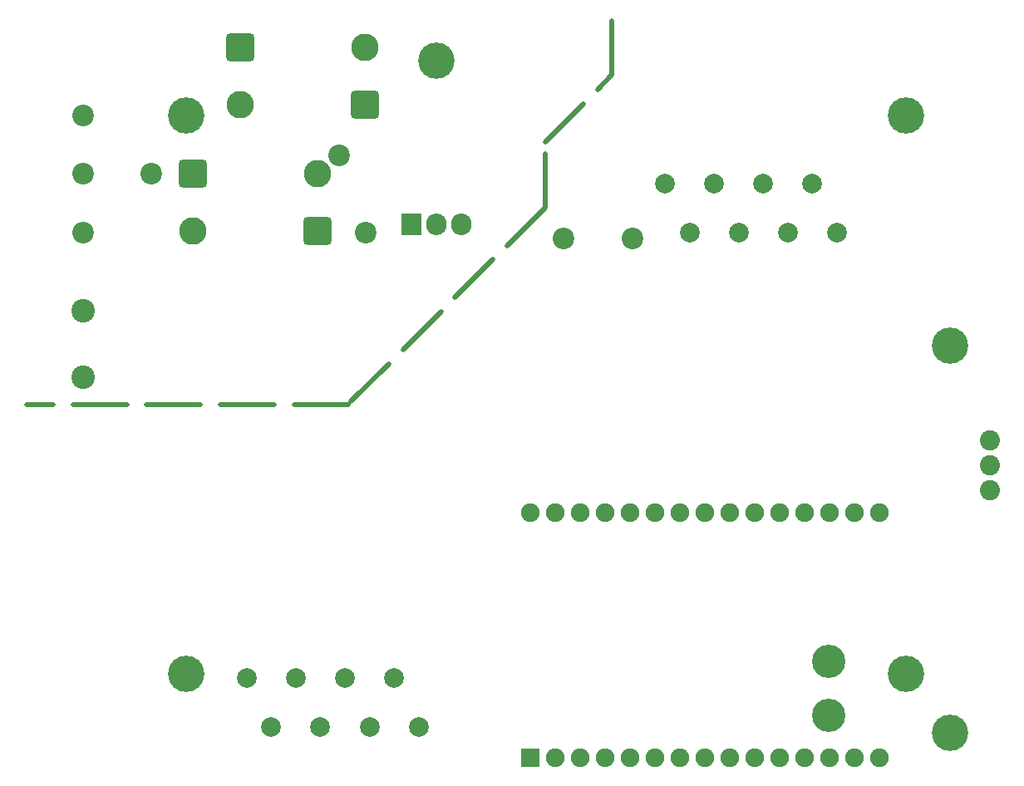
<source format=gbs>
%TF.GenerationSoftware,KiCad,Pcbnew,9.0.0*%
%TF.CreationDate,2025-10-31T12:42:59+01:00*%
%TF.ProjectId,popcorn_roaster,706f7063-6f72-46e5-9f72-6f6173746572,rev?*%
%TF.SameCoordinates,Original*%
%TF.FileFunction,Soldermask,Bot*%
%TF.FilePolarity,Negative*%
%FSLAX46Y46*%
G04 Gerber Fmt 4.6, Leading zero omitted, Abs format (unit mm)*
G04 Created by KiCad (PCBNEW 9.0.0) date 2025-10-31 12:42:59*
%MOMM*%
%LPD*%
G01*
G04 APERTURE LIST*
G04 Aperture macros list*
%AMRoundRect*
0 Rectangle with rounded corners*
0 $1 Rounding radius*
0 $2 $3 $4 $5 $6 $7 $8 $9 X,Y pos of 4 corners*
0 Add a 4 corners polygon primitive as box body*
4,1,4,$2,$3,$4,$5,$6,$7,$8,$9,$2,$3,0*
0 Add four circle primitives for the rounded corners*
1,1,$1+$1,$2,$3*
1,1,$1+$1,$4,$5*
1,1,$1+$1,$6,$7*
1,1,$1+$1,$8,$9*
0 Add four rect primitives between the rounded corners*
20,1,$1+$1,$2,$3,$4,$5,0*
20,1,$1+$1,$4,$5,$6,$7,0*
20,1,$1+$1,$6,$7,$8,$9,0*
20,1,$1+$1,$8,$9,$2,$3,0*%
G04 Aperture macros list end*
%ADD10C,0.500000*%
%ADD11RoundRect,0.269231X1.130769X1.130769X-1.130769X1.130769X-1.130769X-1.130769X1.130769X-1.130769X0*%
%ADD12C,2.800000*%
%ADD13C,2.200000*%
%ADD14RoundRect,0.269231X-1.130769X-1.130769X1.130769X-1.130769X1.130769X1.130769X-1.130769X1.130769X0*%
%ADD15C,3.700000*%
%ADD16RoundRect,0.100000X-0.952500X-1.000000X0.952500X-1.000000X0.952500X1.000000X-0.952500X1.000000X0*%
%ADD17O,2.105000X2.200000*%
%ADD18C,2.400000*%
%ADD19C,3.400000*%
%ADD20C,2.000000*%
%ADD21C,2.050000*%
%ADD22RoundRect,0.100000X0.850000X-0.850000X0.850000X0.850000X-0.850000X0.850000X-0.850000X-0.850000X0*%
%ADD23C,1.900000*%
G04 APERTURE END LIST*
D10*
X52800000Y-13200000D02*
X56689087Y-9310913D01*
X58103301Y-7896699D02*
X59600000Y-6400000D01*
X52800000Y-19900000D02*
X52800000Y-14400000D01*
X59600000Y-6400000D02*
X59600000Y-900000D01*
X52800000Y-19900000D02*
X48910913Y-23789087D01*
X47496699Y-25203301D02*
X43607612Y-29092388D01*
X42193398Y-30506602D02*
X38304311Y-34395689D01*
X36890097Y-35809903D02*
X33001010Y-39698990D01*
X32700000Y-40000000D02*
X27200000Y-40000000D01*
X25200000Y-40000000D02*
X19700000Y-40000000D01*
X17700000Y-40000000D02*
X12200000Y-40000000D01*
X10200000Y-40000000D02*
X4700000Y-40000000D01*
X2700000Y-40000000D02*
X0Y-40000000D01*
D11*
%TO.C,D11*%
X29650000Y-22300000D03*
D12*
X16950000Y-22300000D03*
%TD*%
D13*
%TO.C,TP1*%
X5700000Y-16500000D03*
%TD*%
D14*
%TO.C,D8*%
X21700000Y-3600000D03*
D12*
X34400000Y-3600000D03*
%TD*%
D15*
%TO.C,H5*%
X94000000Y-34000000D03*
%TD*%
%TO.C,D6*%
X41700000Y-4970000D03*
D16*
X39160000Y-21630000D03*
D17*
X41700000Y-21630000D03*
X44240000Y-21630000D03*
%TD*%
D15*
%TO.C,H4*%
X16250000Y-67400000D03*
%TD*%
D13*
%TO.C,TP5*%
X5700000Y-22500000D03*
%TD*%
%TO.C,TP2*%
X5700000Y-10500000D03*
%TD*%
%TO.C,TP4*%
X54700000Y-23100000D03*
%TD*%
D15*
%TO.C,H1*%
X16250000Y-10500000D03*
%TD*%
D18*
%TO.C,U2*%
X5700000Y-30450000D03*
X5700000Y-37200000D03*
D19*
X81700000Y-71700000D03*
X81700000Y-66200000D03*
%TD*%
D20*
%TO.C,J4*%
X65000000Y-17500000D03*
X67500000Y-22500000D03*
X70000000Y-17500000D03*
X72500000Y-22500000D03*
X75000000Y-17500000D03*
X77500000Y-22500000D03*
X80000000Y-17500000D03*
X82500000Y-22500000D03*
%TD*%
D13*
%TO.C,TP3*%
X61700000Y-23100000D03*
%TD*%
D15*
%TO.C,H2*%
X89550000Y-10500000D03*
%TD*%
D11*
%TO.C,D9*%
X34400000Y-9400000D03*
D12*
X21700000Y-9400000D03*
%TD*%
D20*
%TO.C,J3*%
X22400000Y-67850000D03*
X24900000Y-72850000D03*
X27400000Y-67850000D03*
X29900000Y-72850000D03*
X32400000Y-67850000D03*
X34900000Y-72850000D03*
X37400000Y-67850000D03*
X39900000Y-72850000D03*
%TD*%
D15*
%TO.C,H6*%
X94000000Y-73400000D03*
%TD*%
D13*
%TO.C,TP8*%
X31800000Y-14600000D03*
%TD*%
D21*
%TO.C,U1*%
X98075000Y-48740000D03*
X98075000Y-46200000D03*
X98075000Y-43660000D03*
%TD*%
D13*
%TO.C,TP6*%
X12700000Y-16500000D03*
%TD*%
D22*
%TO.C,U5*%
X51250000Y-76000000D03*
D23*
X53790000Y-76000000D03*
X56330000Y-76000000D03*
X58870000Y-76000000D03*
X61410000Y-76000000D03*
X63950000Y-76000000D03*
X66490000Y-76000000D03*
X69030000Y-76000000D03*
X71570000Y-76000000D03*
X74110000Y-76000000D03*
X76650000Y-76000000D03*
X79190000Y-76000000D03*
X81730000Y-76000000D03*
X84270000Y-76000000D03*
X86810000Y-76000000D03*
X86810000Y-51000000D03*
X84270000Y-51000000D03*
X81730000Y-51000000D03*
X79190000Y-51000000D03*
X76650000Y-51000000D03*
X74110000Y-51000000D03*
X71570000Y-51000000D03*
X69030000Y-51000000D03*
X66490000Y-51000000D03*
X63950000Y-51000000D03*
X61410000Y-51000000D03*
X58870000Y-51000000D03*
X56330000Y-51000000D03*
X53790000Y-51000000D03*
X51250000Y-51000000D03*
%TD*%
D15*
%TO.C,H3*%
X89550000Y-67400000D03*
%TD*%
D13*
%TO.C,TP7*%
X34500000Y-22500000D03*
%TD*%
D14*
%TO.C,D10*%
X16950000Y-16500000D03*
D12*
X29650000Y-16500000D03*
%TD*%
M02*

</source>
